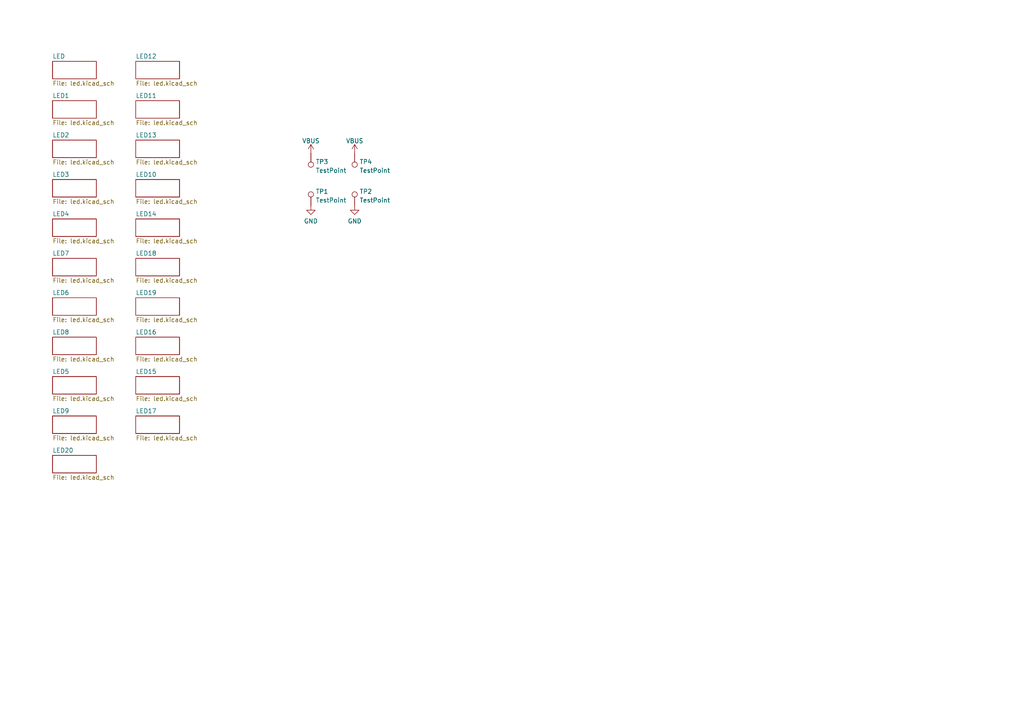
<source format=kicad_sch>
(kicad_sch (version 20211123) (generator eeschema)
  (paper "A4")
  (lib_symbols
    (symbol "Connector:TestPoint" (pin_numbers hide) (pin_names (offset 0.762) hide)
      (property "Reference" "TP" (at 0 6.858 0))
      (property "Value" "TestPoint" (at 0 5.08 0))
      (symbol "TestPoint_0_1"
        (circle (center 0 3.302) (radius 0.762))
      )
      (symbol "TestPoint_1_1"
        (pin passive line (at 0 0 90) (length 2.54) (name "1") (number "1"))
      )
    )
    (symbol "power:GND" (power) (pin_names (offset 0))
      (property "Value" "GND" (at 0 -3.81 0))
      (symbol "GND_0_1"
        (polyline (pts (xy 0 0) (xy 0 -1.27) (xy 1.27 -1.27) (xy 0 -2.54) (xy -1.27 -1.27) (xy 0 -1.27)))
      )
      (symbol "GND_1_1"
        (pin power_in line (at 0 0 270) (length 0) hide (name "GND") (number "1"))
      )
    )
    (symbol "power:VBUS" (power) (pin_names (offset 0))
      (property "Value" "VBUS" (at 0 3.81 0))
      (symbol "VBUS_0_1"
        (polyline (pts (xy -0.762 1.27) (xy 0 2.54)))
        (polyline (pts (xy 0 0) (xy 0 2.54)))
        (polyline (pts (xy 0 2.54) (xy 0.762 1.27)))
      )
      (symbol "VBUS_1_1"
        (pin power_in line (at 0 0 90) (length 0) hide (name "VBUS") (number "1"))
      )
    )
  )
  (symbol (lib_id "power:GND") (at 102.87 59.69 0) (unit 1)
    (property "Reference" "#PWR0143" (effects hide))
    (property "Value" "GND" (at 102.87 64.1334 0))
  )
  (symbol (lib_id "Connector:TestPoint") (at 102.87 59.69 0) (unit 1)
    (property "Reference" "TP2" (at 104.267 55.5533 0) (effects (justify left)))
    (property "Value" "TestPoint" (at 104.267 58.0902 0) (effects (justify left)))
    (property "Footprint" "TestPoint:TestPoint_Pad_1.0x1.0mm" (effects hide))
  )
  (symbol (lib_id "Connector:TestPoint") (at 90.17 59.69 0) (unit 1)
    (property "Reference" "TP1" (at 91.567 55.5533 0) (effects (justify left)))
    (property "Value" "TestPoint" (at 91.567 58.0902 0) (effects (justify left)))
    (property "Footprint" "TestPoint:TestPoint_Pad_1.0x1.0mm" (effects hide))
  )
  (symbol (lib_id "Connector:TestPoint") (at 90.17 44.45 180) (unit 1)
    (property "Reference" "TP3" (at 91.567 46.9173 0) (effects (justify right)))
    (property "Value" "TestPoint" (at 91.567 49.4542 0) (effects (justify right)))
    (property "Footprint" "TestPoint:TestPoint_Pad_1.0x1.0mm" (effects hide))
  )
  (symbol (lib_id "power:GND") (at 90.17 59.69 0) (unit 1)
    (property "Reference" "#PWR0144" (effects hide))
    (property "Value" "GND" (at 90.17 64.1334 0))
  )
  (symbol (lib_id "power:VBUS") (at 90.17 44.45 0) (unit 1)
    (property "Reference" "#PWR0145" (effects hide))
    (property "Value" "VBUS" (at 90.17 40.8742 0))
  )
  (symbol (lib_id "power:VBUS") (at 102.87 44.45 0) (unit 1)
    (property "Reference" "#PWR0146" (effects hide))
    (property "Value" "VBUS" (at 102.87 40.8742 0))
  )
  (symbol (lib_id "Connector:TestPoint") (at 102.87 44.45 180) (unit 1)
    (property "Reference" "TP4" (at 104.267 46.9173 0) (effects (justify right)))
    (property "Value" "TestPoint" (at 104.267 49.4542 0) (effects (justify right)))
    (property "Footprint" "TestPoint:TestPoint_Pad_1.0x1.0mm" (effects hide))
  )
  (sheet (at 39.37 74.93) (size 12.7 5.08) (stroke (width 0.1524))
    (property "Sheet name" "LED18" (at 39.37 74.2184 0) (effects (justify left bottom)))
    (property "Sheet file" "led.kicad_sch" (at 39.37 80.5946 0) (effects (justify left top)))
  )
  (sheet (at 15.24 74.93) (size 12.7 5.08) (stroke (width 0.1524))
    (property "Sheet name" "LED7" (at 15.24 74.2184 0) (effects (justify left bottom)))
    (property "Sheet file" "led.kicad_sch" (at 15.24 80.5946 0) (effects (justify left top)))
  )
  (sheet (at 15.24 120.65) (size 12.7 5.08) (stroke (width 0.1524))
    (property "Sheet name" "LED9" (at 15.24 119.9384 0) (effects (justify left bottom)))
    (property "Sheet file" "led.kicad_sch" (at 15.24 126.3146 0) (effects (justify left top)))
  )
  (sheet (at 39.37 52.07) (size 12.7 5.08) (stroke (width 0.1524))
    (property "Sheet name" "LED10" (at 39.37 51.3584 0) (effects (justify left bottom)))
    (property "Sheet file" "led.kicad_sch" (at 39.37 57.7346 0) (effects (justify left top)))
  )
  (sheet (at 15.24 132.08) (size 12.7 5.08) (stroke (width 0.1524))
    (property "Sheet name" "LED20" (at 15.24 131.3684 0) (effects (justify left bottom)))
    (property "Sheet file" "led.kicad_sch" (at 15.24 137.7446 0) (effects (justify left top)))
  )
  (sheet (at 39.37 120.65) (size 12.7 5.08) (stroke (width 0.1524))
    (property "Sheet name" "LED17" (at 39.37 119.9384 0) (effects (justify left bottom)))
    (property "Sheet file" "led.kicad_sch" (at 39.37 126.3146 0) (effects (justify left top)))
  )
  (sheet (at 15.24 40.64) (size 12.7 5.08) (stroke (width 0.1524))
    (property "Sheet name" "LED2" (at 15.24 39.9284 0) (effects (justify left bottom)))
    (property "Sheet file" "led.kicad_sch" (at 15.24 46.3046 0) (effects (justify left top)))
  )
  (sheet (at 15.24 86.36) (size 12.7 5.08) (stroke (width 0.1524))
    (property "Sheet name" "LED6" (at 15.24 85.6484 0) (effects (justify left bottom)))
    (property "Sheet file" "led.kicad_sch" (at 15.24 92.0246 0) (effects (justify left top)))
  )
  (sheet (at 15.24 52.07) (size 12.7 5.08) (stroke (width 0.1524))
    (property "Sheet name" "LED3" (at 15.24 51.3584 0) (effects (justify left bottom)))
    (property "Sheet file" "led.kicad_sch" (at 15.24 57.7346 0) (effects (justify left top)))
  )
  (sheet (at 15.24 97.79) (size 12.7 5.08) (stroke (width 0.1524))
    (property "Sheet name" "LED8" (at 15.24 97.0784 0) (effects (justify left bottom)))
    (property "Sheet file" "led.kicad_sch" (at 15.24 103.4546 0) (effects (justify left top)))
  )
  (sheet (at 15.24 63.5) (size 12.7 5.08) (stroke (width 0.1524))
    (property "Sheet name" "LED4" (at 15.24 62.7884 0) (effects (justify left bottom)))
    (property "Sheet file" "led.kicad_sch" (at 15.24 69.1646 0) (effects (justify left top)))
  )
  (sheet (at 39.37 29.21) (size 12.7 5.08) (stroke (width 0.1524))
    (property "Sheet name" "LED11" (at 39.37 28.4984 0) (effects (justify left bottom)))
    (property "Sheet file" "led.kicad_sch" (at 39.37 34.8746 0) (effects (justify left top)))
  )
  (sheet (at 39.37 63.5) (size 12.7 5.08) (stroke (width 0.1524))
    (property "Sheet name" "LED14" (at 39.37 62.7884 0) (effects (justify left bottom)))
    (property "Sheet file" "led.kicad_sch" (at 39.37 69.1646 0) (effects (justify left top)))
  )
  (sheet (at 39.37 17.78) (size 12.7 5.08) (stroke (width 0.1524))
    (property "Sheet name" "LED12" (at 39.37 17.0684 0) (effects (justify left bottom)))
    (property "Sheet file" "led.kicad_sch" (at 39.37 23.4446 0) (effects (justify left top)))
  )
  (sheet (at 15.24 109.22) (size 12.7 5.08) (stroke (width 0.1524))
    (property "Sheet name" "LED5" (at 15.24 108.5084 0) (effects (justify left bottom)))
    (property "Sheet file" "led.kicad_sch" (at 15.24 114.8846 0) (effects (justify left top)))
  )
  (sheet (at 39.37 109.22) (size 12.7 5.08) (stroke (width 0.1524))
    (property "Sheet name" "LED15" (at 39.37 108.5084 0) (effects (justify left bottom)))
    (property "Sheet file" "led.kicad_sch" (at 39.37 114.8846 0) (effects (justify left top)))
  )
  (sheet (at 15.24 29.21) (size 12.7 5.08) (stroke (width 0.1524))
    (property "Sheet name" "LED1" (at 15.24 28.4984 0) (effects (justify left bottom)))
    (property "Sheet file" "led.kicad_sch" (at 15.24 34.8746 0) (effects (justify left top)))
  )
  (sheet (at 39.37 40.64) (size 12.7 5.08) (stroke (width 0.1524))
    (property "Sheet name" "LED13" (at 39.37 39.9284 0) (effects (justify left bottom)))
    (property "Sheet file" "led.kicad_sch" (at 39.37 46.3046 0) (effects (justify left top)))
  )
  (sheet (at 15.24 17.78) (size 12.7 5.08) (stroke (width 0.1524))
    (property "Sheet name" "LED" (at 15.24 17.0684 0) (effects (justify left bottom)))
    (property "Sheet file" "led.kicad_sch" (at 15.24 23.4446 0) (effects (justify left top)))
  )
  (sheet (at 39.37 86.36) (size 12.7 5.08) (stroke (width 0.1524))
    (property "Sheet name" "LED19" (at 39.37 85.6484 0) (effects (justify left bottom)))
    (property "Sheet file" "led.kicad_sch" (at 39.37 92.0246 0) (effects (justify left top)))
  )
  (sheet (at 39.37 97.79) (size 12.7 5.08) (stroke (width 0.1524))
    (property "Sheet name" "LED16" (at 39.37 97.0784 0) (effects (justify left bottom)))
    (property "Sheet file" "led.kicad_sch" (at 39.37 103.4546 0) (effects (justify left top)))
  )
)
</source>
